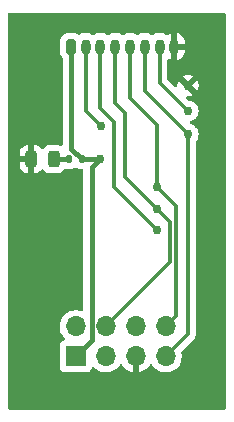
<source format=gbr>
%TF.GenerationSoftware,KiCad,Pcbnew,(6.0.7)*%
%TF.CreationDate,2023-06-01T17:44:57-07:00*%
%TF.ProjectId,connector_board,636f6e6e-6563-4746-9f72-5f626f617264,rev?*%
%TF.SameCoordinates,Original*%
%TF.FileFunction,Copper,L1,Top*%
%TF.FilePolarity,Positive*%
%FSLAX46Y46*%
G04 Gerber Fmt 4.6, Leading zero omitted, Abs format (unit mm)*
G04 Created by KiCad (PCBNEW (6.0.7)) date 2023-06-01 17:44:57*
%MOMM*%
%LPD*%
G01*
G04 APERTURE LIST*
G04 Aperture macros list*
%AMRoundRect*
0 Rectangle with rounded corners*
0 $1 Rounding radius*
0 $2 $3 $4 $5 $6 $7 $8 $9 X,Y pos of 4 corners*
0 Add a 4 corners polygon primitive as box body*
4,1,4,$2,$3,$4,$5,$6,$7,$8,$9,$2,$3,0*
0 Add four circle primitives for the rounded corners*
1,1,$1+$1,$2,$3*
1,1,$1+$1,$4,$5*
1,1,$1+$1,$6,$7*
1,1,$1+$1,$8,$9*
0 Add four rect primitives between the rounded corners*
20,1,$1+$1,$2,$3,$4,$5,0*
20,1,$1+$1,$4,$5,$6,$7,0*
20,1,$1+$1,$6,$7,$8,$9,0*
20,1,$1+$1,$8,$9,$2,$3,0*%
G04 Aperture macros list end*
%TA.AperFunction,ComponentPad*%
%ADD10RoundRect,0.200000X-0.200000X-0.450000X0.200000X-0.450000X0.200000X0.450000X-0.200000X0.450000X0*%
%TD*%
%TA.AperFunction,ComponentPad*%
%ADD11O,0.800000X1.300000*%
%TD*%
%TA.AperFunction,SMDPad,CuDef*%
%ADD12RoundRect,0.135000X0.135000X0.185000X-0.135000X0.185000X-0.135000X-0.185000X0.135000X-0.185000X0*%
%TD*%
%TA.AperFunction,SMDPad,CuDef*%
%ADD13RoundRect,0.243750X-0.243750X-0.456250X0.243750X-0.456250X0.243750X0.456250X-0.243750X0.456250X0*%
%TD*%
%TA.AperFunction,ComponentPad*%
%ADD14C,0.762000*%
%TD*%
%TA.AperFunction,ComponentPad*%
%ADD15R,1.700000X1.700000*%
%TD*%
%TA.AperFunction,ComponentPad*%
%ADD16O,1.700000X1.700000*%
%TD*%
%TA.AperFunction,Conductor*%
%ADD17C,0.304800*%
%TD*%
%TA.AperFunction,Conductor*%
%ADD18C,0.406400*%
%TD*%
G04 APERTURE END LIST*
D10*
%TO.P,J1,1,Pin_1*%
%TO.N,+EXT_BAT*%
X85979000Y-53975000D03*
D11*
%TO.P,J1,2,Pin_2*%
%TO.N,/HARD_RESET*%
X87229000Y-53975000D03*
%TO.P,J1,3,Pin_3*%
%TO.N,/3WB_DATA*%
X88479000Y-53975000D03*
%TO.P,J1,4,Pin_4*%
%TO.N,/3WB_ENB*%
X89729000Y-53975000D03*
%TO.P,J1,5,Pin_5*%
%TO.N,/3WB_CLK*%
X90979000Y-53975000D03*
%TO.P,J1,6,Pin_6*%
%TO.N,/RsRx*%
X92229000Y-53975000D03*
%TO.P,J1,7,Pin_7*%
%TO.N,/RsTx*%
X93479000Y-53975000D03*
%TO.P,J1,8,Pin_8*%
%TO.N,GND*%
X94729000Y-53975000D03*
%TD*%
D12*
%TO.P,R1,1*%
%TO.N,+EXT_BAT*%
X86872000Y-63500000D03*
%TO.P,R1,2*%
%TO.N,Net-(D1-Pad2)*%
X85852000Y-63500000D03*
%TD*%
D13*
%TO.P,D1,1,K*%
%TO.N,GND*%
X82628500Y-63500000D03*
%TO.P,D1,2,A*%
%TO.N,Net-(D1-Pad2)*%
X84503500Y-63500000D03*
%TD*%
D14*
%TO.P,TP7,1,1*%
%TO.N,/RsTx*%
X95885000Y-59436000D03*
%TD*%
%TO.P,TP5,1,1*%
%TO.N,/3WB_CLK*%
X93250000Y-65891000D03*
%TD*%
%TO.P,TP6,1,1*%
%TO.N,/RsRx*%
X95885000Y-61404000D03*
%TD*%
%TO.P,TP8,1,1*%
%TO.N,GND*%
X95885000Y-57277000D03*
%TD*%
D15*
%TO.P,J2,1,Pin_1*%
%TO.N,+EXT_BAT*%
X86380000Y-80200000D03*
D16*
%TO.P,J2,2,Pin_2*%
%TO.N,/HARD_RESET*%
X86380000Y-77660000D03*
%TO.P,J2,3,Pin_3*%
%TO.N,/3WB_DATA*%
X88920000Y-80200000D03*
%TO.P,J2,4,Pin_4*%
%TO.N,/3WB_ENB*%
X88920000Y-77660000D03*
%TO.P,J2,5,Pin_5*%
%TO.N,GND*%
X91460000Y-80200000D03*
%TO.P,J2,6,Pin_6*%
%TO.N,/RsTx*%
X91460000Y-77660000D03*
%TO.P,J2,7,Pin_7*%
%TO.N,/RsRx*%
X94000000Y-80200000D03*
%TO.P,J2,8,Pin_8*%
%TO.N,/3WB_CLK*%
X94000000Y-77660000D03*
%TD*%
D14*
%TO.P,TP3,1,1*%
%TO.N,/3WB_DATA*%
X93250000Y-69491000D03*
%TD*%
%TO.P,TP1,1,1*%
%TO.N,+EXT_BAT*%
X88426000Y-63471000D03*
%TD*%
%TO.P,TP4,1,1*%
%TO.N,/3WB_ENB*%
X93250000Y-67691000D03*
%TD*%
%TO.P,TP2,1,1*%
%TO.N,/HARD_RESET*%
X88496000Y-60699000D03*
%TD*%
D17*
%TO.N,/3WB_ENB*%
X94370644Y-68811644D02*
X94370644Y-72209356D01*
X93250000Y-67691000D02*
X94370644Y-68811644D01*
X94370644Y-72209356D02*
X88920000Y-77660000D01*
%TO.N,/3WB_CLK*%
X94869000Y-76791000D02*
X94000000Y-77660000D01*
X94869000Y-67510000D02*
X94869000Y-76791000D01*
X93250000Y-65891000D02*
X94869000Y-67510000D01*
%TO.N,/RsTx*%
X93479000Y-57030000D02*
X95885000Y-59436000D01*
X93479000Y-53975000D02*
X93479000Y-57030000D01*
%TO.N,/RsRx*%
X95885000Y-78315000D02*
X94000000Y-80200000D01*
X95885000Y-61404000D02*
X95885000Y-78315000D01*
X92229000Y-57748000D02*
X95885000Y-61404000D01*
X92229000Y-53975000D02*
X92229000Y-57748000D01*
%TO.N,/3WB_CLK*%
X90979000Y-53975000D02*
X90979000Y-58340000D01*
X90979000Y-58340000D02*
X93250000Y-60611000D01*
X93250000Y-60611000D02*
X93250000Y-65891000D01*
%TO.N,/3WB_ENB*%
X90551000Y-64992000D02*
X93250000Y-67691000D01*
X90551000Y-59563000D02*
X90551000Y-64992000D01*
X89729000Y-58741000D02*
X90551000Y-59563000D01*
X89729000Y-53975000D02*
X89729000Y-58741000D01*
%TO.N,/3WB_DATA*%
X89662000Y-65903000D02*
X93250000Y-69491000D01*
X89662000Y-60325000D02*
X89662000Y-65903000D01*
X88479000Y-59142000D02*
X89662000Y-60325000D01*
X88479000Y-53975000D02*
X88479000Y-59142000D01*
%TO.N,/HARD_RESET*%
X87229000Y-59432000D02*
X88496000Y-60699000D01*
X87229000Y-53975000D02*
X87229000Y-59432000D01*
D18*
%TO.N,+EXT_BAT*%
X85979000Y-62607000D02*
X86872000Y-63500000D01*
X85979000Y-53975000D02*
X85979000Y-62607000D01*
X87739800Y-78840200D02*
X86380000Y-80200000D01*
X88426000Y-63471000D02*
X87739800Y-64157200D01*
X87739800Y-64157200D02*
X87739800Y-78840200D01*
X86872000Y-63500000D02*
X88397000Y-63500000D01*
%TO.N,Net-(D1-Pad2)*%
X85852000Y-63500000D02*
X84503500Y-63500000D01*
%TD*%
%TA.AperFunction,Conductor*%
%TO.N,GND*%
G36*
X99033621Y-51128502D02*
G01*
X99080114Y-51182158D01*
X99091500Y-51234500D01*
X99091500Y-84582500D01*
X99071498Y-84650621D01*
X99017842Y-84697114D01*
X98965500Y-84708500D01*
X80771500Y-84708500D01*
X80703379Y-84688498D01*
X80656886Y-84634842D01*
X80645500Y-84582500D01*
X80645500Y-64002933D01*
X81633001Y-64002933D01*
X81633338Y-64009452D01*
X81643166Y-64104170D01*
X81646058Y-64117564D01*
X81697036Y-64270365D01*
X81703210Y-64283543D01*
X81787744Y-64420149D01*
X81796780Y-64431550D01*
X81910479Y-64545051D01*
X81921890Y-64554063D01*
X82058654Y-64638365D01*
X82071832Y-64644509D01*
X82224740Y-64695227D01*
X82238106Y-64698093D01*
X82331601Y-64707672D01*
X82338016Y-64708000D01*
X82356385Y-64708000D01*
X82371624Y-64703525D01*
X82372829Y-64702135D01*
X82374500Y-64694452D01*
X82374500Y-64689884D01*
X82882500Y-64689884D01*
X82886975Y-64705123D01*
X82888365Y-64706328D01*
X82896048Y-64707999D01*
X82918933Y-64707999D01*
X82925452Y-64707662D01*
X83020170Y-64697834D01*
X83033564Y-64694942D01*
X83186365Y-64643964D01*
X83199543Y-64637790D01*
X83336149Y-64553256D01*
X83347550Y-64544220D01*
X83461051Y-64430521D01*
X83466794Y-64423249D01*
X83524711Y-64382186D01*
X83595634Y-64378954D01*
X83657046Y-64414579D01*
X83662840Y-64421254D01*
X83666203Y-64426689D01*
X83790347Y-64550617D01*
X83939671Y-64642661D01*
X83946619Y-64644966D01*
X83946620Y-64644966D01*
X84099634Y-64695719D01*
X84099636Y-64695719D01*
X84106165Y-64697885D01*
X84209769Y-64708500D01*
X84501234Y-64708500D01*
X84797230Y-64708499D01*
X84902129Y-64697616D01*
X84908660Y-64695437D01*
X84908665Y-64695436D01*
X85061578Y-64644420D01*
X85068526Y-64642102D01*
X85217689Y-64549797D01*
X85341617Y-64425653D01*
X85370403Y-64378954D01*
X85385190Y-64354964D01*
X85437962Y-64307471D01*
X85508033Y-64296047D01*
X85527602Y-64300083D01*
X85609353Y-64323834D01*
X85609360Y-64323835D01*
X85615534Y-64325629D01*
X85621941Y-64326133D01*
X85621945Y-64326134D01*
X85649556Y-64328307D01*
X85649562Y-64328307D01*
X85652011Y-64328500D01*
X85851878Y-64328500D01*
X86051988Y-64328499D01*
X86088466Y-64325629D01*
X86217239Y-64288217D01*
X86236983Y-64282481D01*
X86236985Y-64282480D01*
X86244596Y-64280269D01*
X86251421Y-64276233D01*
X86251425Y-64276231D01*
X86297861Y-64248769D01*
X86366677Y-64231309D01*
X86426139Y-64248769D01*
X86472575Y-64276231D01*
X86472579Y-64276233D01*
X86479404Y-64280269D01*
X86487015Y-64282480D01*
X86487017Y-64282481D01*
X86506761Y-64288217D01*
X86635534Y-64325629D01*
X86641941Y-64326133D01*
X86641945Y-64326134D01*
X86669556Y-64328307D01*
X86669562Y-64328307D01*
X86672011Y-64328500D01*
X86678854Y-64328500D01*
X86902100Y-64328499D01*
X86970220Y-64348501D01*
X87016713Y-64402156D01*
X87028100Y-64454499D01*
X87028100Y-76269979D01*
X87008098Y-76338100D01*
X86954442Y-76384593D01*
X86884168Y-76394697D01*
X86860044Y-76388753D01*
X86789885Y-76363908D01*
X86733087Y-76343795D01*
X86733083Y-76343794D01*
X86728212Y-76342069D01*
X86723119Y-76341162D01*
X86723116Y-76341161D01*
X86513373Y-76303800D01*
X86513367Y-76303799D01*
X86508284Y-76302894D01*
X86434452Y-76301992D01*
X86290081Y-76300228D01*
X86290079Y-76300228D01*
X86284911Y-76300165D01*
X86064091Y-76333955D01*
X85851756Y-76403357D01*
X85653607Y-76506507D01*
X85649474Y-76509610D01*
X85649471Y-76509612D01*
X85625247Y-76527800D01*
X85474965Y-76640635D01*
X85320629Y-76802138D01*
X85194743Y-76986680D01*
X85100688Y-77189305D01*
X85040989Y-77404570D01*
X85017251Y-77626695D01*
X85030110Y-77849715D01*
X85031247Y-77854761D01*
X85031248Y-77854767D01*
X85055304Y-77961508D01*
X85079222Y-78067639D01*
X85163266Y-78274616D01*
X85208983Y-78349220D01*
X85277291Y-78460688D01*
X85279987Y-78465088D01*
X85426250Y-78633938D01*
X85430230Y-78637242D01*
X85434981Y-78641187D01*
X85474616Y-78700090D01*
X85476113Y-78771071D01*
X85438997Y-78831593D01*
X85398725Y-78856112D01*
X85357913Y-78871412D01*
X85283295Y-78899385D01*
X85166739Y-78986739D01*
X85079385Y-79103295D01*
X85028255Y-79239684D01*
X85021500Y-79301866D01*
X85021500Y-81098134D01*
X85028255Y-81160316D01*
X85079385Y-81296705D01*
X85166739Y-81413261D01*
X85283295Y-81500615D01*
X85419684Y-81551745D01*
X85481866Y-81558500D01*
X87278134Y-81558500D01*
X87340316Y-81551745D01*
X87476705Y-81500615D01*
X87593261Y-81413261D01*
X87680615Y-81296705D01*
X87702799Y-81237529D01*
X87724598Y-81179382D01*
X87767240Y-81122618D01*
X87833802Y-81097918D01*
X87903150Y-81113126D01*
X87937817Y-81141114D01*
X87966250Y-81173938D01*
X88138126Y-81316632D01*
X88331000Y-81429338D01*
X88539692Y-81509030D01*
X88544760Y-81510061D01*
X88544763Y-81510062D01*
X88639862Y-81529410D01*
X88758597Y-81553567D01*
X88763772Y-81553757D01*
X88763774Y-81553757D01*
X88976673Y-81561564D01*
X88976677Y-81561564D01*
X88981837Y-81561753D01*
X88986957Y-81561097D01*
X88986959Y-81561097D01*
X89198288Y-81534025D01*
X89198289Y-81534025D01*
X89203416Y-81533368D01*
X89208366Y-81531883D01*
X89412429Y-81470661D01*
X89412434Y-81470659D01*
X89417384Y-81469174D01*
X89617994Y-81370896D01*
X89799860Y-81241173D01*
X89958096Y-81083489D01*
X90088453Y-80902077D01*
X90089640Y-80902930D01*
X90136960Y-80859362D01*
X90206897Y-80847145D01*
X90272338Y-80874678D01*
X90300166Y-80906511D01*
X90357694Y-81000388D01*
X90363777Y-81008699D01*
X90503213Y-81169667D01*
X90510580Y-81176883D01*
X90674434Y-81312916D01*
X90682881Y-81318831D01*
X90866756Y-81426279D01*
X90876042Y-81430729D01*
X91075001Y-81506703D01*
X91084899Y-81509579D01*
X91188250Y-81530606D01*
X91202299Y-81529410D01*
X91206000Y-81519065D01*
X91206000Y-80072000D01*
X91226002Y-80003879D01*
X91279658Y-79957386D01*
X91332000Y-79946000D01*
X91588000Y-79946000D01*
X91656121Y-79966002D01*
X91702614Y-80019658D01*
X91714000Y-80072000D01*
X91714000Y-81518517D01*
X91718064Y-81532359D01*
X91731478Y-81534393D01*
X91738184Y-81533534D01*
X91748262Y-81531392D01*
X91952255Y-81470191D01*
X91961842Y-81466433D01*
X92153095Y-81372739D01*
X92161945Y-81367464D01*
X92335328Y-81243792D01*
X92343200Y-81237139D01*
X92494052Y-81086812D01*
X92500730Y-81078965D01*
X92628022Y-80901819D01*
X92629279Y-80902722D01*
X92676373Y-80859362D01*
X92746311Y-80847145D01*
X92811751Y-80874678D01*
X92839579Y-80906511D01*
X92899987Y-81005088D01*
X93046250Y-81173938D01*
X93218126Y-81316632D01*
X93411000Y-81429338D01*
X93619692Y-81509030D01*
X93624760Y-81510061D01*
X93624763Y-81510062D01*
X93719862Y-81529410D01*
X93838597Y-81553567D01*
X93843772Y-81553757D01*
X93843774Y-81553757D01*
X94056673Y-81561564D01*
X94056677Y-81561564D01*
X94061837Y-81561753D01*
X94066957Y-81561097D01*
X94066959Y-81561097D01*
X94278288Y-81534025D01*
X94278289Y-81534025D01*
X94283416Y-81533368D01*
X94288366Y-81531883D01*
X94492429Y-81470661D01*
X94492434Y-81470659D01*
X94497384Y-81469174D01*
X94697994Y-81370896D01*
X94879860Y-81241173D01*
X95038096Y-81083489D01*
X95168453Y-80902077D01*
X95181995Y-80874678D01*
X95265136Y-80706453D01*
X95265137Y-80706451D01*
X95267430Y-80701811D01*
X95332370Y-80488069D01*
X95361529Y-80266590D01*
X95363156Y-80200000D01*
X95344852Y-79977361D01*
X95324600Y-79896735D01*
X95327404Y-79825795D01*
X95357709Y-79776945D01*
X96333047Y-78801607D01*
X96339313Y-78795753D01*
X96374025Y-78765472D01*
X96379752Y-78760476D01*
X96413892Y-78711900D01*
X96417818Y-78706614D01*
X96449774Y-78665858D01*
X96454463Y-78659878D01*
X96457591Y-78652950D01*
X96461319Y-78646794D01*
X96463954Y-78642175D01*
X96467362Y-78635819D01*
X96471731Y-78629603D01*
X96493292Y-78574302D01*
X96495848Y-78568221D01*
X96517166Y-78521007D01*
X96520290Y-78514088D01*
X96521673Y-78506625D01*
X96523810Y-78499807D01*
X96525287Y-78494622D01*
X96527078Y-78487645D01*
X96529838Y-78480566D01*
X96537589Y-78421692D01*
X96538620Y-78415183D01*
X96548056Y-78364269D01*
X96549440Y-78356802D01*
X96546109Y-78299031D01*
X96545900Y-78291779D01*
X96545900Y-62047700D01*
X96565902Y-61979579D01*
X96578264Y-61963390D01*
X96604166Y-61934623D01*
X96604167Y-61934622D01*
X96608585Y-61929715D01*
X96702075Y-61767785D01*
X96759855Y-61589956D01*
X96772088Y-61473573D01*
X96778710Y-61410565D01*
X96779400Y-61404000D01*
X96759855Y-61218044D01*
X96702075Y-61040215D01*
X96608585Y-60878285D01*
X96604166Y-60873377D01*
X96487885Y-60744234D01*
X96487883Y-60744233D01*
X96483470Y-60739331D01*
X96332200Y-60629427D01*
X96326172Y-60626743D01*
X96326170Y-60626742D01*
X96167416Y-60556060D01*
X96167414Y-60556060D01*
X96161385Y-60553375D01*
X96113736Y-60543247D01*
X96051263Y-60509519D01*
X96016941Y-60447369D01*
X96021669Y-60376530D01*
X96063945Y-60319493D01*
X96113736Y-60296753D01*
X96116349Y-60296198D01*
X96161385Y-60286625D01*
X96167416Y-60283940D01*
X96326170Y-60213258D01*
X96326172Y-60213257D01*
X96332200Y-60210573D01*
X96483470Y-60100669D01*
X96567067Y-60007826D01*
X96604166Y-59966623D01*
X96604167Y-59966622D01*
X96608585Y-59961715D01*
X96690049Y-59820615D01*
X96698771Y-59805508D01*
X96698772Y-59805507D01*
X96702075Y-59799785D01*
X96759855Y-59621956D01*
X96779400Y-59436000D01*
X96759855Y-59250044D01*
X96702075Y-59072215D01*
X96608585Y-58910285D01*
X96483470Y-58771331D01*
X96332200Y-58661427D01*
X96326172Y-58658743D01*
X96326170Y-58658742D01*
X96167416Y-58588060D01*
X96167414Y-58588060D01*
X96161385Y-58585375D01*
X95978490Y-58546500D01*
X95971888Y-58546500D01*
X95969624Y-58546262D01*
X95903967Y-58519249D01*
X95893700Y-58510047D01*
X95764748Y-58381095D01*
X95730722Y-58318783D01*
X95735787Y-58247968D01*
X95778334Y-58191132D01*
X95844854Y-58166321D01*
X95853843Y-58166000D01*
X95971835Y-58166000D01*
X95984895Y-58164628D01*
X96154769Y-58128520D01*
X96167265Y-58124460D01*
X96293242Y-58068372D01*
X96303988Y-58059238D01*
X96302391Y-58053601D01*
X95526922Y-57278132D01*
X96249408Y-57278132D01*
X96249539Y-57279965D01*
X96253790Y-57286580D01*
X96654461Y-57687251D01*
X96666841Y-57694011D01*
X96673756Y-57688834D01*
X96698311Y-57646305D01*
X96703658Y-57634296D01*
X96757323Y-57469131D01*
X96760053Y-57456288D01*
X96778207Y-57283565D01*
X96778207Y-57270435D01*
X96760053Y-57097712D01*
X96757323Y-57084869D01*
X96703658Y-56919704D01*
X96698311Y-56907695D01*
X96676332Y-56869626D01*
X96666125Y-56859894D01*
X96658105Y-56863105D01*
X96257022Y-57264188D01*
X96249408Y-57278132D01*
X95526922Y-57278132D01*
X95115539Y-56866749D01*
X95103159Y-56859989D01*
X95096244Y-56865166D01*
X95071689Y-56907695D01*
X95066342Y-56919704D01*
X95012677Y-57084869D01*
X95009947Y-57097712D01*
X94991793Y-57270435D01*
X94991793Y-57283569D01*
X94992721Y-57292400D01*
X94979948Y-57362238D01*
X94931445Y-57414084D01*
X94862612Y-57431477D01*
X94795302Y-57408894D01*
X94778316Y-57394663D01*
X94176805Y-56793152D01*
X94142779Y-56730840D01*
X94139900Y-56704057D01*
X94139900Y-56494763D01*
X95466013Y-56494763D01*
X95467610Y-56500400D01*
X95872188Y-56904978D01*
X95886132Y-56912592D01*
X95887965Y-56912461D01*
X95894580Y-56908210D01*
X96296981Y-56505809D01*
X96303741Y-56493429D01*
X96300230Y-56488740D01*
X96167265Y-56429540D01*
X96154769Y-56425480D01*
X95984895Y-56389372D01*
X95971835Y-56388000D01*
X95798165Y-56388000D01*
X95785105Y-56389372D01*
X95615228Y-56425481D01*
X95602740Y-56429538D01*
X95476758Y-56485630D01*
X95466013Y-56494763D01*
X94139900Y-56494763D01*
X94139900Y-55150670D01*
X94159902Y-55082549D01*
X94213558Y-55036056D01*
X94283832Y-55025952D01*
X94317149Y-55035563D01*
X94440839Y-55090633D01*
X94453325Y-55094690D01*
X94457278Y-55095530D01*
X94471341Y-55094457D01*
X94475000Y-55084503D01*
X94475000Y-55081182D01*
X94983000Y-55081182D01*
X94986973Y-55094713D01*
X94997468Y-55096222D01*
X95004675Y-55094690D01*
X95017161Y-55090633D01*
X95179471Y-55018368D01*
X95190843Y-55011802D01*
X95334574Y-54907376D01*
X95344337Y-54898585D01*
X95463214Y-54766558D01*
X95470938Y-54755927D01*
X95559765Y-54602074D01*
X95565111Y-54590066D01*
X95620011Y-54421102D01*
X95622741Y-54408261D01*
X95636656Y-54275862D01*
X95637000Y-54269302D01*
X95637000Y-54247115D01*
X95632525Y-54231876D01*
X95631135Y-54230671D01*
X95623452Y-54229000D01*
X95001115Y-54229000D01*
X94985876Y-54233475D01*
X94984671Y-54234865D01*
X94983000Y-54242548D01*
X94983000Y-55081182D01*
X94475000Y-55081182D01*
X94475000Y-53702885D01*
X94983000Y-53702885D01*
X94987475Y-53718124D01*
X94988865Y-53719329D01*
X94996548Y-53721000D01*
X95618885Y-53721000D01*
X95634124Y-53716525D01*
X95635329Y-53715135D01*
X95637000Y-53707452D01*
X95637000Y-53680698D01*
X95636656Y-53674138D01*
X95622741Y-53541739D01*
X95620011Y-53528898D01*
X95565111Y-53359934D01*
X95559765Y-53347926D01*
X95470938Y-53194073D01*
X95463214Y-53183442D01*
X95344337Y-53051415D01*
X95334574Y-53042624D01*
X95190843Y-52938198D01*
X95179471Y-52931632D01*
X95017161Y-52859367D01*
X95004675Y-52855310D01*
X95000722Y-52854470D01*
X94986659Y-52855543D01*
X94983000Y-52865497D01*
X94983000Y-53702885D01*
X94475000Y-53702885D01*
X94475000Y-52868818D01*
X94471027Y-52855287D01*
X94460532Y-52853778D01*
X94453325Y-52855310D01*
X94440839Y-52859367D01*
X94278529Y-52931632D01*
X94267157Y-52938198D01*
X94178485Y-53002622D01*
X94111617Y-53026481D01*
X94042466Y-53010400D01*
X94030380Y-53002634D01*
X93935752Y-52933882D01*
X93929724Y-52931198D01*
X93929722Y-52931197D01*
X93767319Y-52858891D01*
X93767318Y-52858891D01*
X93761288Y-52856206D01*
X93667888Y-52836353D01*
X93580944Y-52817872D01*
X93580939Y-52817872D01*
X93574487Y-52816500D01*
X93383513Y-52816500D01*
X93377061Y-52817872D01*
X93377056Y-52817872D01*
X93290113Y-52836353D01*
X93196712Y-52856206D01*
X93190682Y-52858891D01*
X93190681Y-52858891D01*
X93028278Y-52931197D01*
X93028276Y-52931198D01*
X93022248Y-52933882D01*
X93016907Y-52937762D01*
X93016906Y-52937763D01*
X92928061Y-53002313D01*
X92861193Y-53026172D01*
X92792042Y-53010091D01*
X92779939Y-53002313D01*
X92691094Y-52937763D01*
X92691093Y-52937762D01*
X92685752Y-52933882D01*
X92679724Y-52931198D01*
X92679722Y-52931197D01*
X92517319Y-52858891D01*
X92517318Y-52858891D01*
X92511288Y-52856206D01*
X92417888Y-52836353D01*
X92330944Y-52817872D01*
X92330939Y-52817872D01*
X92324487Y-52816500D01*
X92133513Y-52816500D01*
X92127061Y-52817872D01*
X92127056Y-52817872D01*
X92040113Y-52836353D01*
X91946712Y-52856206D01*
X91940682Y-52858891D01*
X91940681Y-52858891D01*
X91778278Y-52931197D01*
X91778276Y-52931198D01*
X91772248Y-52933882D01*
X91766907Y-52937762D01*
X91766906Y-52937763D01*
X91678061Y-53002313D01*
X91611193Y-53026172D01*
X91542042Y-53010091D01*
X91529939Y-53002313D01*
X91441094Y-52937763D01*
X91441093Y-52937762D01*
X91435752Y-52933882D01*
X91429724Y-52931198D01*
X91429722Y-52931197D01*
X91267319Y-52858891D01*
X91267318Y-52858891D01*
X91261288Y-52856206D01*
X91167888Y-52836353D01*
X91080944Y-52817872D01*
X91080939Y-52817872D01*
X91074487Y-52816500D01*
X90883513Y-52816500D01*
X90877061Y-52817872D01*
X90877056Y-52817872D01*
X90790113Y-52836353D01*
X90696712Y-52856206D01*
X90690682Y-52858891D01*
X90690681Y-52858891D01*
X90528278Y-52931197D01*
X90528276Y-52931198D01*
X90522248Y-52933882D01*
X90516907Y-52937762D01*
X90516906Y-52937763D01*
X90428061Y-53002313D01*
X90361193Y-53026172D01*
X90292042Y-53010091D01*
X90279939Y-53002313D01*
X90191094Y-52937763D01*
X90191093Y-52937762D01*
X90185752Y-52933882D01*
X90179724Y-52931198D01*
X90179722Y-52931197D01*
X90017319Y-52858891D01*
X90017318Y-52858891D01*
X90011288Y-52856206D01*
X89917888Y-52836353D01*
X89830944Y-52817872D01*
X89830939Y-52817872D01*
X89824487Y-52816500D01*
X89633513Y-52816500D01*
X89627061Y-52817872D01*
X89627056Y-52817872D01*
X89540113Y-52836353D01*
X89446712Y-52856206D01*
X89440682Y-52858891D01*
X89440681Y-52858891D01*
X89278278Y-52931197D01*
X89278276Y-52931198D01*
X89272248Y-52933882D01*
X89266907Y-52937762D01*
X89266906Y-52937763D01*
X89178061Y-53002313D01*
X89111193Y-53026172D01*
X89042042Y-53010091D01*
X89029939Y-53002313D01*
X88941094Y-52937763D01*
X88941093Y-52937762D01*
X88935752Y-52933882D01*
X88929724Y-52931198D01*
X88929722Y-52931197D01*
X88767319Y-52858891D01*
X88767318Y-52858891D01*
X88761288Y-52856206D01*
X88667888Y-52836353D01*
X88580944Y-52817872D01*
X88580939Y-52817872D01*
X88574487Y-52816500D01*
X88383513Y-52816500D01*
X88377061Y-52817872D01*
X88377056Y-52817872D01*
X88290113Y-52836353D01*
X88196712Y-52856206D01*
X88190682Y-52858891D01*
X88190681Y-52858891D01*
X88028278Y-52931197D01*
X88028276Y-52931198D01*
X88022248Y-52933882D01*
X88016907Y-52937762D01*
X88016906Y-52937763D01*
X87928061Y-53002313D01*
X87861193Y-53026172D01*
X87792042Y-53010091D01*
X87779939Y-53002313D01*
X87691094Y-52937763D01*
X87691093Y-52937762D01*
X87685752Y-52933882D01*
X87679724Y-52931198D01*
X87679722Y-52931197D01*
X87517319Y-52858891D01*
X87517318Y-52858891D01*
X87511288Y-52856206D01*
X87417888Y-52836353D01*
X87330944Y-52817872D01*
X87330939Y-52817872D01*
X87324487Y-52816500D01*
X87133513Y-52816500D01*
X87127061Y-52817872D01*
X87127056Y-52817872D01*
X87040113Y-52836353D01*
X86946712Y-52856206D01*
X86940682Y-52858891D01*
X86940681Y-52858891D01*
X86778278Y-52931197D01*
X86778276Y-52931198D01*
X86772248Y-52933882D01*
X86766908Y-52937762D01*
X86766906Y-52937763D01*
X86748350Y-52951245D01*
X86681482Y-52975103D01*
X86609018Y-52957085D01*
X86599375Y-52951245D01*
X86472699Y-52874528D01*
X86465452Y-52872257D01*
X86465450Y-52872256D01*
X86399164Y-52851483D01*
X86309062Y-52823247D01*
X86235635Y-52816500D01*
X86232737Y-52816500D01*
X85978335Y-52816501D01*
X85722366Y-52816501D01*
X85719508Y-52816764D01*
X85719499Y-52816764D01*
X85683996Y-52820026D01*
X85648938Y-52823247D01*
X85642560Y-52825246D01*
X85642559Y-52825246D01*
X85492550Y-52872256D01*
X85492548Y-52872257D01*
X85485301Y-52874528D01*
X85338619Y-52963361D01*
X85217361Y-53084619D01*
X85128528Y-53231301D01*
X85077247Y-53394938D01*
X85070500Y-53468365D01*
X85070501Y-54481634D01*
X85077247Y-54555062D01*
X85079246Y-54561440D01*
X85079246Y-54561441D01*
X85090251Y-54596556D01*
X85128528Y-54718699D01*
X85217361Y-54865381D01*
X85230395Y-54878415D01*
X85264421Y-54940727D01*
X85267300Y-54967510D01*
X85267300Y-62254921D01*
X85247298Y-62323042D01*
X85193642Y-62369535D01*
X85123368Y-62379639D01*
X85080306Y-62364036D01*
X85080195Y-62364274D01*
X85077521Y-62363027D01*
X85075183Y-62362180D01*
X85074503Y-62361761D01*
X85067329Y-62357339D01*
X85060380Y-62355034D01*
X84907366Y-62304281D01*
X84907364Y-62304281D01*
X84900835Y-62302115D01*
X84797231Y-62291500D01*
X84505766Y-62291500D01*
X84209770Y-62291501D01*
X84104871Y-62302384D01*
X84098340Y-62304563D01*
X84098335Y-62304564D01*
X83964818Y-62349109D01*
X83938474Y-62357898D01*
X83789311Y-62450203D01*
X83665383Y-62574347D01*
X83663386Y-62577587D01*
X83606648Y-62617814D01*
X83535725Y-62621047D01*
X83474313Y-62585422D01*
X83466934Y-62576922D01*
X83460218Y-62568448D01*
X83346521Y-62454949D01*
X83335110Y-62445937D01*
X83198346Y-62361635D01*
X83185168Y-62355491D01*
X83032260Y-62304773D01*
X83018894Y-62301907D01*
X82925399Y-62292328D01*
X82918984Y-62292000D01*
X82900615Y-62292000D01*
X82885376Y-62296475D01*
X82884171Y-62297865D01*
X82882500Y-62305548D01*
X82882500Y-64689884D01*
X82374500Y-64689884D01*
X82374500Y-63772115D01*
X82370025Y-63756876D01*
X82368635Y-63755671D01*
X82360952Y-63754000D01*
X81651116Y-63754000D01*
X81635877Y-63758475D01*
X81634672Y-63759865D01*
X81633001Y-63767548D01*
X81633001Y-64002933D01*
X80645500Y-64002933D01*
X80645500Y-63227885D01*
X81633000Y-63227885D01*
X81637475Y-63243124D01*
X81638865Y-63244329D01*
X81646548Y-63246000D01*
X82356385Y-63246000D01*
X82371624Y-63241525D01*
X82372829Y-63240135D01*
X82374500Y-63232452D01*
X82374500Y-62310116D01*
X82370025Y-62294877D01*
X82368635Y-62293672D01*
X82360952Y-62292001D01*
X82338067Y-62292001D01*
X82331548Y-62292338D01*
X82236830Y-62302166D01*
X82223436Y-62305058D01*
X82070635Y-62356036D01*
X82057457Y-62362210D01*
X81920851Y-62446744D01*
X81909450Y-62455780D01*
X81795949Y-62569479D01*
X81786937Y-62580890D01*
X81702635Y-62717654D01*
X81696491Y-62730832D01*
X81645773Y-62883740D01*
X81642907Y-62897106D01*
X81633328Y-62990601D01*
X81633000Y-62997016D01*
X81633000Y-63227885D01*
X80645500Y-63227885D01*
X80645500Y-51234500D01*
X80665502Y-51166379D01*
X80719158Y-51119886D01*
X80771500Y-51108500D01*
X98965500Y-51108500D01*
X99033621Y-51128502D01*
G37*
%TD.AperFunction*%
%TD*%
M02*

</source>
